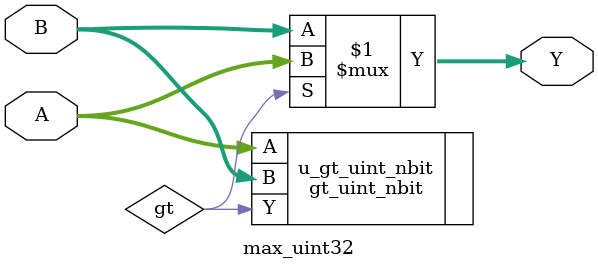
<source format=v>

module max_uint32 #(
    parameter WIDTH = 32,
    parameter IMPL_TYPE = 0
)(
    input [WIDTH-1:0] A,
    input [WIDTH-1:0] B,
    output [WIDTH-1:0] Y,
);

    wire gt;
    gt_uint_nbit #(
        .WIDTH(WIDTH),
        .IMPL_TYPE(IMPL_TYPE)
    ) u_gt_uint_nbit (
        .A(A),
        .B(B),
        .Y(gt)
    );

    assign Y = gt ? A : B;

endmodule

</source>
